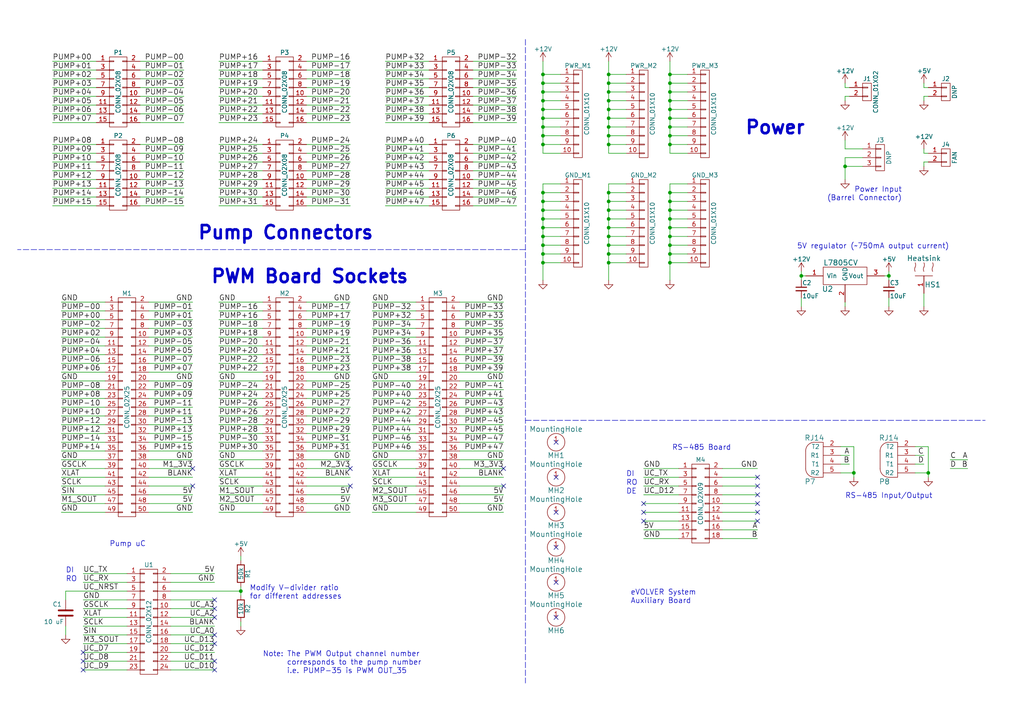
<source format=kicad_sch>
(kicad_sch (version 20211123) (generator eeschema)
  (paper "A4")
  (junction (at 176.53 55.88))
  (junction (at 157.48 66.04))
  (junction (at 194.31 55.88))
  (junction (at 194.31 60.96))
  (junction (at 194.31 24.13))
  (junction (at 157.48 21.59))
  (junction (at 176.53 60.96))
  (junction (at 194.31 76.2))
  (junction (at 157.48 24.13))
  (junction (at 176.53 73.66))
  (junction (at 194.31 73.66))
  (junction (at 157.48 41.91))
  (junction (at 157.48 31.75))
  (junction (at 157.48 34.29))
  (junction (at 194.31 58.42))
  (junction (at 157.48 58.42))
  (junction (at 194.31 36.83))
  (junction (at 245.11 48.26))
  (junction (at 157.48 68.58))
  (junction (at 176.53 58.42))
  (junction (at 157.48 73.66))
  (junction (at 176.53 41.91))
  (junction (at 157.48 39.37))
  (junction (at 176.53 63.5))
  (junction (at 176.53 29.21))
  (junction (at 257.81 80.01))
  (junction (at 176.53 66.04))
  (junction (at 194.31 26.67))
  (junction (at 157.48 55.88))
  (junction (at 157.48 60.96))
  (junction (at 232.41 80.01))
  (junction (at 194.31 71.12))
  (junction (at 176.53 34.29))
  (junction (at 194.31 29.21))
  (junction (at 176.53 71.12))
  (junction (at 247.65 137.16))
  (junction (at 157.48 26.67))
  (junction (at 194.31 39.37))
  (junction (at 157.48 29.21))
  (junction (at 176.53 21.59))
  (junction (at 176.53 31.75))
  (junction (at 194.31 41.91))
  (junction (at 194.31 31.75))
  (junction (at 176.53 68.58))
  (junction (at 157.48 71.12))
  (junction (at 157.48 76.2))
  (junction (at 194.31 21.59))
  (junction (at 194.31 68.58))
  (junction (at 69.85 171.45))
  (junction (at 194.31 34.29))
  (junction (at 176.53 24.13))
  (junction (at 157.48 63.5))
  (junction (at 157.48 36.83))
  (junction (at 176.53 39.37))
  (junction (at 176.53 76.2))
  (junction (at 269.24 137.16))
  (junction (at 194.31 66.04))
  (junction (at 176.53 26.67))
  (junction (at 176.53 36.83))
  (junction (at 194.31 63.5))
  (no_connect (at 62.23 184.15))
  (no_connect (at 219.71 148.59))
  (no_connect (at 161.29 179.07))
  (no_connect (at 62.23 191.77))
  (no_connect (at 146.05 135.89))
  (no_connect (at 161.29 158.75))
  (no_connect (at 161.29 128.27))
  (no_connect (at 219.71 146.05))
  (no_connect (at 62.23 176.53))
  (no_connect (at 219.71 138.43))
  (no_connect (at 24.13 191.77))
  (no_connect (at 186.69 151.13))
  (no_connect (at 62.23 173.99))
  (no_connect (at 161.29 148.59))
  (no_connect (at 161.29 168.91))
  (no_connect (at 219.71 143.51))
  (no_connect (at 62.23 186.69))
  (no_connect (at 24.13 194.31))
  (no_connect (at 62.23 179.07))
  (no_connect (at 55.88 135.89))
  (no_connect (at 219.71 140.97))
  (no_connect (at 62.23 194.31))
  (no_connect (at 55.88 140.97))
  (no_connect (at 186.69 146.05))
  (no_connect (at 101.6 135.89))
  (no_connect (at 24.13 189.23))
  (no_connect (at 219.71 151.13))
  (no_connect (at 161.29 138.43))
  (no_connect (at 146.05 140.97))
  (no_connect (at 101.6 140.97))
  (no_connect (at 186.69 148.59))
  (wire (pts (xy 176.53 63.5) (xy 176.53 66.04)))
  (wire (pts (xy 194.31 26.67) (xy 194.31 29.21)))
  (wire (pts (xy 17.78 107.95) (xy 30.48 107.95)))
  (wire (pts (xy 53.34 20.32) (xy 40.64 20.32)))
  (wire (pts (xy 63.5 57.15) (xy 76.2 57.15)))
  (wire (pts (xy 107.95 107.95) (xy 120.65 107.95)))
  (wire (pts (xy 219.71 138.43) (xy 209.55 138.43)))
  (wire (pts (xy 88.9 102.87) (xy 101.6 102.87)))
  (wire (pts (xy 162.56 29.21) (xy 157.48 29.21)))
  (wire (pts (xy 133.35 138.43) (xy 146.05 138.43)))
  (wire (pts (xy 88.9 128.27) (xy 101.6 128.27)))
  (wire (pts (xy 257.81 80.01) (xy 257.81 81.28)))
  (wire (pts (xy 19.05 181.61) (xy 19.05 184.15)))
  (wire (pts (xy 250.19 48.26) (xy 245.11 48.26)))
  (wire (pts (xy 133.35 148.59) (xy 146.05 148.59)))
  (wire (pts (xy 63.5 130.81) (xy 76.2 130.81)))
  (wire (pts (xy 137.16 41.91) (xy 149.86 41.91)))
  (wire (pts (xy 162.56 63.5) (xy 157.48 63.5)))
  (wire (pts (xy 111.76 59.69) (xy 124.46 59.69)))
  (wire (pts (xy 62.23 168.91) (xy 49.53 168.91)))
  (wire (pts (xy 107.95 87.63) (xy 120.65 87.63)))
  (wire (pts (xy 194.31 17.78) (xy 194.31 21.59)))
  (wire (pts (xy 63.5 59.69) (xy 76.2 59.69)))
  (wire (pts (xy 107.95 113.03) (xy 120.65 113.03)))
  (wire (pts (xy 19.05 171.45) (xy 19.05 173.99)))
  (wire (pts (xy 15.24 44.45) (xy 27.94 44.45)))
  (wire (pts (xy 88.9 148.59) (xy 101.6 148.59)))
  (wire (pts (xy 15.24 25.4) (xy 27.94 25.4)))
  (wire (pts (xy 194.31 53.34) (xy 194.31 55.88)))
  (wire (pts (xy 176.53 68.58) (xy 176.53 71.12)))
  (wire (pts (xy 88.9 135.89) (xy 101.6 135.89)))
  (wire (pts (xy 107.95 133.35) (xy 120.65 133.35)))
  (wire (pts (xy 107.95 135.89) (xy 120.65 135.89)))
  (wire (pts (xy 101.6 49.53) (xy 88.9 49.53)))
  (wire (pts (xy 137.16 17.78) (xy 149.86 17.78)))
  (wire (pts (xy 176.53 44.45) (xy 181.61 44.45)))
  (wire (pts (xy 63.5 49.53) (xy 76.2 49.53)))
  (wire (pts (xy 17.78 140.97) (xy 30.48 140.97)))
  (wire (pts (xy 17.78 133.35) (xy 30.48 133.35)))
  (wire (pts (xy 15.24 35.56) (xy 27.94 35.56)))
  (wire (pts (xy 194.31 31.75) (xy 199.39 31.75)))
  (wire (pts (xy 15.24 41.91) (xy 27.94 41.91)))
  (wire (pts (xy 101.6 35.56) (xy 88.9 35.56)))
  (wire (pts (xy 257.81 86.36) (xy 257.81 88.9)))
  (wire (pts (xy 245.11 27.94) (xy 245.11 29.21)))
  (wire (pts (xy 107.95 110.49) (xy 120.65 110.49)))
  (wire (pts (xy 88.9 17.78) (xy 101.6 17.78)))
  (wire (pts (xy 162.56 58.42) (xy 157.48 58.42)))
  (wire (pts (xy 194.31 21.59) (xy 199.39 21.59)))
  (wire (pts (xy 219.71 148.59) (xy 209.55 148.59)))
  (wire (pts (xy 63.5 41.91) (xy 76.2 41.91)))
  (wire (pts (xy 63.5 118.11) (xy 76.2 118.11)))
  (wire (pts (xy 199.39 29.21) (xy 194.31 29.21)))
  (wire (pts (xy 176.53 76.2) (xy 181.61 76.2)))
  (wire (pts (xy 133.35 130.81) (xy 146.05 130.81)))
  (wire (pts (xy 107.95 97.79) (xy 120.65 97.79)))
  (wire (pts (xy 181.61 63.5) (xy 176.53 63.5)))
  (wire (pts (xy 43.18 135.89) (xy 55.88 135.89)))
  (wire (pts (xy 53.34 54.61) (xy 40.64 54.61)))
  (wire (pts (xy 88.9 90.17) (xy 101.6 90.17)))
  (wire (pts (xy 15.24 59.69) (xy 27.94 59.69)))
  (wire (pts (xy 36.83 194.31) (xy 24.13 194.31)))
  (wire (pts (xy 186.69 138.43) (xy 196.85 138.43)))
  (wire (pts (xy 157.48 34.29) (xy 157.48 36.83)))
  (wire (pts (xy 43.18 105.41) (xy 55.88 105.41)))
  (wire (pts (xy 267.97 25.4) (xy 267.97 24.13)))
  (wire (pts (xy 265.43 134.62) (xy 267.97 134.62)))
  (wire (pts (xy 43.18 130.81) (xy 55.88 130.81)))
  (wire (pts (xy 49.53 171.45) (xy 69.85 171.45)))
  (wire (pts (xy 133.35 97.79) (xy 146.05 97.79)))
  (wire (pts (xy 194.31 73.66) (xy 194.31 76.2)))
  (wire (pts (xy 15.24 17.78) (xy 27.94 17.78)))
  (wire (pts (xy 157.48 60.96) (xy 162.56 60.96)))
  (wire (pts (xy 233.68 80.01) (xy 232.41 80.01)))
  (wire (pts (xy 199.39 34.29) (xy 194.31 34.29)))
  (wire (pts (xy 101.6 30.48) (xy 88.9 30.48)))
  (wire (pts (xy 107.95 146.05) (xy 120.65 146.05)))
  (wire (pts (xy 107.95 123.19) (xy 120.65 123.19)))
  (wire (pts (xy 199.39 63.5) (xy 194.31 63.5)))
  (wire (pts (xy 88.9 146.05) (xy 101.6 146.05)))
  (wire (pts (xy 63.5 135.89) (xy 76.2 135.89)))
  (wire (pts (xy 176.53 17.78) (xy 176.53 21.59)))
  (wire (pts (xy 157.48 71.12) (xy 157.48 73.66)))
  (wire (pts (xy 43.18 97.79) (xy 55.88 97.79)))
  (wire (pts (xy 157.48 73.66) (xy 157.48 76.2)))
  (polyline (pts (xy 152.4 11.43) (xy 152.4 198.12)))
  (wire (pts (xy 63.5 17.78) (xy 76.2 17.78)))
  (wire (pts (xy 40.64 27.94) (xy 53.34 27.94)))
  (wire (pts (xy 63.5 27.94) (xy 76.2 27.94)))
  (wire (pts (xy 199.39 58.42) (xy 194.31 58.42)))
  (wire (pts (xy 69.85 180.34) (xy 69.85 181.61)))
  (wire (pts (xy 43.18 128.27) (xy 55.88 128.27)))
  (wire (pts (xy 63.5 107.95) (xy 76.2 107.95)))
  (wire (pts (xy 63.5 100.33) (xy 76.2 100.33)))
  (wire (pts (xy 36.83 166.37) (xy 24.13 166.37)))
  (wire (pts (xy 267.97 46.99) (xy 267.97 48.26)))
  (wire (pts (xy 88.9 100.33) (xy 101.6 100.33)))
  (wire (pts (xy 49.53 166.37) (xy 62.23 166.37)))
  (wire (pts (xy 62.23 173.99) (xy 49.53 173.99)))
  (wire (pts (xy 101.6 59.69) (xy 88.9 59.69)))
  (wire (pts (xy 181.61 58.42) (xy 176.53 58.42)))
  (wire (pts (xy 194.31 76.2) (xy 194.31 81.28)))
  (wire (pts (xy 63.5 25.4) (xy 76.2 25.4)))
  (wire (pts (xy 176.53 39.37) (xy 176.53 41.91)))
  (wire (pts (xy 162.56 73.66) (xy 157.48 73.66)))
  (wire (pts (xy 40.64 33.02) (xy 53.34 33.02)))
  (wire (pts (xy 15.24 33.02) (xy 27.94 33.02)))
  (wire (pts (xy 43.18 115.57) (xy 55.88 115.57)))
  (wire (pts (xy 196.85 156.21) (xy 186.69 156.21)))
  (wire (pts (xy 15.24 46.99) (xy 27.94 46.99)))
  (wire (pts (xy 88.9 133.35) (xy 101.6 133.35)))
  (wire (pts (xy 43.18 113.03) (xy 55.88 113.03)))
  (wire (pts (xy 69.85 170.18) (xy 69.85 171.45)))
  (wire (pts (xy 137.16 57.15) (xy 149.86 57.15)))
  (wire (pts (xy 63.5 92.71) (xy 76.2 92.71)))
  (wire (pts (xy 199.39 73.66) (xy 194.31 73.66)))
  (wire (pts (xy 194.31 36.83) (xy 199.39 36.83)))
  (wire (pts (xy 53.34 30.48) (xy 40.64 30.48)))
  (wire (pts (xy 267.97 44.45) (xy 267.97 43.18)))
  (wire (pts (xy 88.9 92.71) (xy 101.6 92.71)))
  (wire (pts (xy 267.97 27.94) (xy 267.97 29.21)))
  (wire (pts (xy 40.64 46.99) (xy 53.34 46.99)))
  (wire (pts (xy 176.53 41.91) (xy 176.53 44.45)))
  (wire (pts (xy 63.5 90.17) (xy 76.2 90.17)))
  (wire (pts (xy 107.95 130.81) (xy 120.65 130.81)))
  (wire (pts (xy 245.11 43.18) (xy 245.11 40.64)))
  (wire (pts (xy 24.13 191.77) (xy 36.83 191.77)))
  (wire (pts (xy 17.78 97.79) (xy 30.48 97.79)))
  (wire (pts (xy 194.31 60.96) (xy 199.39 60.96)))
  (wire (pts (xy 162.56 39.37) (xy 157.48 39.37)))
  (wire (pts (xy 269.24 129.54) (xy 265.43 129.54)))
  (wire (pts (xy 157.48 68.58) (xy 157.48 71.12)))
  (wire (pts (xy 247.65 137.16) (xy 247.65 138.43)))
  (wire (pts (xy 40.64 17.78) (xy 53.34 17.78)))
  (wire (pts (xy 63.5 146.05) (xy 76.2 146.05)))
  (polyline (pts (xy 152.4 121.92) (xy 285.75 121.92)))
  (wire (pts (xy 88.9 118.11) (xy 101.6 118.11)))
  (wire (pts (xy 247.65 129.54) (xy 243.84 129.54)))
  (wire (pts (xy 157.48 76.2) (xy 157.48 81.28)))
  (wire (pts (xy 176.53 71.12) (xy 176.53 73.66)))
  (wire (pts (xy 133.35 87.63) (xy 146.05 87.63)))
  (wire (pts (xy 176.53 66.04) (xy 181.61 66.04)))
  (wire (pts (xy 111.76 33.02) (xy 124.46 33.02)))
  (wire (pts (xy 157.48 36.83) (xy 157.48 39.37)))
  (wire (pts (xy 40.64 22.86) (xy 53.34 22.86)))
  (wire (pts (xy 176.53 36.83) (xy 181.61 36.83)))
  (wire (pts (xy 245.11 45.72) (xy 245.11 48.26)))
  (wire (pts (xy 181.61 53.34) (xy 176.53 53.34)))
  (wire (pts (xy 17.78 138.43) (xy 30.48 138.43)))
  (wire (pts (xy 17.78 135.89) (xy 30.48 135.89)))
  (wire (pts (xy 157.48 58.42) (xy 157.48 60.96)))
  (wire (pts (xy 162.56 53.34) (xy 157.48 53.34)))
  (wire (pts (xy 49.53 181.61) (xy 62.23 181.61)))
  (wire (pts (xy 250.19 43.18) (xy 245.11 43.18)))
  (wire (pts (xy 43.18 120.65) (xy 55.88 120.65)))
  (wire (pts (xy 88.9 140.97) (xy 101.6 140.97)))
  (wire (pts (xy 43.18 118.11) (xy 55.88 118.11)))
  (wire (pts (xy 107.95 140.97) (xy 120.65 140.97)))
  (wire (pts (xy 107.95 115.57) (xy 120.65 115.57)))
  (wire (pts (xy 43.18 148.59) (xy 55.88 148.59)))
  (wire (pts (xy 157.48 71.12) (xy 162.56 71.12)))
  (wire (pts (xy 43.18 143.51) (xy 55.88 143.51)))
  (wire (pts (xy 63.5 22.86) (xy 76.2 22.86)))
  (wire (pts (xy 199.39 68.58) (xy 194.31 68.58)))
  (wire (pts (xy 194.31 41.91) (xy 194.31 44.45)))
  (wire (pts (xy 17.78 113.03) (xy 30.48 113.03)))
  (wire (pts (xy 111.76 17.78) (xy 124.46 17.78)))
  (wire (pts (xy 17.78 148.59) (xy 30.48 148.59)))
  (wire (pts (xy 137.16 27.94) (xy 149.86 27.94)))
  (wire (pts (xy 149.86 54.61) (xy 137.16 54.61)))
  (wire (pts (xy 245.11 48.26) (xy 245.11 52.07)))
  (wire (pts (xy 176.53 34.29) (xy 176.53 36.83)))
  (wire (pts (xy 149.86 59.69) (xy 137.16 59.69)))
  (wire (pts (xy 36.83 184.15) (xy 24.13 184.15)))
  (wire (pts (xy 15.24 20.32) (xy 27.94 20.32)))
  (wire (pts (xy 133.35 135.89) (xy 146.05 135.89)))
  (wire (pts (xy 24.13 168.91) (xy 36.83 168.91)))
  (wire (pts (xy 43.18 90.17) (xy 55.88 90.17)))
  (wire (pts (xy 157.48 63.5) (xy 157.48 66.04)))
  (wire (pts (xy 111.76 52.07) (xy 124.46 52.07)))
  (wire (pts (xy 176.53 21.59) (xy 181.61 21.59)))
  (wire (pts (xy 269.24 27.94) (xy 267.97 27.94)))
  (wire (pts (xy 194.31 34.29) (xy 194.31 36.83)))
  (wire (pts (xy 43.18 133.35) (xy 55.88 133.35)))
  (wire (pts (xy 157.48 53.34) (xy 157.48 55.88)))
  (wire (pts (xy 176.53 24.13) (xy 176.53 26.67)))
  (wire (pts (xy 267.97 88.9) (xy 267.97 85.09)))
  (wire (pts (xy 63.5 95.25) (xy 76.2 95.25)))
  (wire (pts (xy 63.5 110.49) (xy 76.2 110.49)))
  (wire (pts (xy 133.35 90.17) (xy 146.05 90.17)))
  (wire (pts (xy 63.5 52.07) (xy 76.2 52.07)))
  (wire (pts (xy 149.86 49.53) (xy 137.16 49.53)))
  (wire (pts (xy 69.85 171.45) (xy 69.85 172.72)))
  (wire (pts (xy 88.9 130.81) (xy 101.6 130.81)))
  (wire (pts (xy 269.24 46.99) (xy 267.97 46.99)))
  (wire (pts (xy 107.95 102.87) (xy 120.65 102.87)))
  (wire (pts (xy 15.24 27.94) (xy 27.94 27.94)))
  (wire (pts (xy 181.61 29.21) (xy 176.53 29.21)))
  (wire (pts (xy 162.56 68.58) (xy 157.48 68.58)))
  (wire (pts (xy 15.24 57.15) (xy 27.94 57.15)))
  (wire (pts (xy 43.18 107.95) (xy 55.88 107.95)))
  (wire (pts (xy 149.86 44.45) (xy 137.16 44.45)))
  (wire (pts (xy 69.85 162.56) (xy 69.85 161.29)))
  (wire (pts (xy 63.5 125.73) (xy 76.2 125.73)))
  (wire (pts (xy 17.78 110.49) (xy 30.48 110.49)))
  (wire (pts (xy 24.13 181.61) (xy 36.83 181.61)))
  (wire (pts (xy 88.9 57.15) (xy 101.6 57.15)))
  (wire (pts (xy 17.78 130.81) (xy 30.48 130.81)))
  (wire (pts (xy 88.9 120.65) (xy 101.6 120.65)))
  (wire (pts (xy 133.35 92.71) (xy 146.05 92.71)))
  (wire (pts (xy 88.9 125.73) (xy 101.6 125.73)))
  (wire (pts (xy 63.5 140.97) (xy 76.2 140.97)))
  (wire (pts (xy 53.34 49.53) (xy 40.64 49.53)))
  (wire (pts (xy 63.5 54.61) (xy 76.2 54.61)))
  (wire (pts (xy 176.53 60.96) (xy 176.53 63.5)))
  (wire (pts (xy 111.76 44.45) (xy 124.46 44.45)))
  (wire (pts (xy 111.76 49.53) (xy 124.46 49.53)))
  (wire (pts (xy 24.13 173.99) (xy 36.83 173.99)))
  (wire (pts (xy 111.76 25.4) (xy 124.46 25.4)))
  (wire (pts (xy 176.53 26.67) (xy 176.53 29.21)))
  (wire (pts (xy 43.18 92.71) (xy 55.88 92.71)))
  (wire (pts (xy 62.23 189.23) (xy 49.53 189.23)))
  (wire (pts (xy 17.78 90.17) (xy 30.48 90.17)))
  (wire (pts (xy 194.31 60.96) (xy 194.31 63.5)))
  (wire (pts (xy 17.78 102.87) (xy 30.48 102.87)))
  (wire (pts (xy 194.31 31.75) (xy 194.31 34.29)))
  (wire (pts (xy 194.31 63.5) (xy 194.31 66.04)))
  (wire (pts (xy 107.95 148.59) (xy 120.65 148.59)))
  (wire (pts (xy 157.48 60.96) (xy 157.48 63.5)))
  (wire (pts (xy 63.5 133.35) (xy 76.2 133.35)))
  (wire (pts (xy 275.59 133.35) (xy 280.67 133.35)))
  (wire (pts (xy 43.18 102.87) (xy 55.88 102.87)))
  (wire (pts (xy 53.34 59.69) (xy 40.64 59.69)))
  (wire (pts (xy 157.48 29.21) (xy 157.48 31.75)))
  (wire (pts (xy 107.95 100.33) (xy 120.65 100.33)))
  (wire (pts (xy 209.55 135.89) (xy 219.71 135.89)))
  (wire (pts (xy 176.53 76.2) (xy 176.53 81.28)))
  (wire (pts (xy 62.23 179.07) (xy 49.53 179.07)))
  (wire (pts (xy 88.9 115.57) (xy 101.6 115.57)))
  (wire (pts (xy 101.6 25.4) (xy 88.9 25.4)))
  (wire (pts (xy 17.78 125.73) (xy 30.48 125.73)))
  (wire (pts (xy 181.61 34.29) (xy 176.53 34.29)))
  (wire (pts (xy 36.83 176.53) (xy 24.13 176.53)))
  (wire (pts (xy 186.69 148.59) (xy 196.85 148.59)))
  (wire (pts (xy 149.86 25.4) (xy 137.16 25.4)))
  (wire (pts (xy 17.78 128.27) (xy 30.48 128.27)))
  (wire (pts (xy 219.71 143.51) (xy 209.55 143.51)))
  (wire (pts (xy 43.18 138.43) (xy 55.88 138.43)))
  (wire (pts (xy 49.53 176.53) (xy 62.23 176.53)))
  (wire (pts (xy 88.9 123.19) (xy 101.6 123.19)))
  (wire (pts (xy 162.56 24.13) (xy 157.48 24.13)))
  (wire (pts (xy 194.31 55.88) (xy 194.31 58.42)))
  (wire (pts (xy 111.76 27.94) (xy 124.46 27.94)))
  (wire (pts (xy 107.95 125.73) (xy 120.65 125.73)))
  (wire (pts (xy 63.5 115.57) (xy 76.2 115.57)))
  (wire (pts (xy 157.48 26.67) (xy 157.48 29.21)))
  (wire (pts (xy 157.48 44.45) (xy 162.56 44.45)))
  (wire (pts (xy 176.53 53.34) (xy 176.53 55.88)))
  (wire (pts (xy 219.71 153.67) (xy 209.55 153.67)))
  (wire (pts (xy 181.61 24.13) (xy 176.53 24.13)))
  (wire (pts (xy 157.48 66.04) (xy 157.48 68.58)))
  (wire (pts (xy 63.5 123.19) (xy 76.2 123.19)))
  (wire (pts (xy 137.16 33.02) (xy 149.86 33.02)))
  (wire (pts (xy 181.61 73.66) (xy 176.53 73.66)))
  (wire (pts (xy 176.53 21.59) (xy 176.53 24.13)))
  (wire (pts (xy 196.85 135.89) (xy 186.69 135.89)))
  (wire (pts (xy 176.53 71.12) (xy 181.61 71.12)))
  (wire (pts (xy 88.9 105.41) (xy 101.6 105.41)))
  (wire (pts (xy 63.5 46.99) (xy 76.2 46.99)))
  (wire (pts (xy 24.13 179.07) (xy 36.83 179.07)))
  (wire (pts (xy 157.48 24.13) (xy 157.48 26.67)))
  (wire (pts (xy 43.18 123.19) (xy 55.88 123.19)))
  (wire (pts (xy 157.48 41.91) (xy 162.56 41.91)))
  (wire (pts (xy 107.95 118.11) (xy 120.65 118.11)))
  (wire (pts (xy 88.9 143.51) (xy 101.6 143.51)))
  (wire (pts (xy 209.55 146.05) (xy 219.71 146.05)))
  (wire (pts (xy 133.35 102.87) (xy 146.05 102.87)))
  (wire (pts (xy 40.64 57.15) (xy 53.34 57.15)))
  (wire (pts (xy 111.76 54.61) (xy 124.46 54.61)))
  (wire (pts (xy 162.56 34.29) (xy 157.48 34.29)))
  (wire (pts (xy 133.35 128.27) (xy 146.05 128.27)))
  (wire (pts (xy 63.5 113.03) (xy 76.2 113.03)))
  (wire (pts (xy 232.41 78.74) (xy 232.41 80.01)))
  (wire (pts (xy 257.81 78.74) (xy 257.81 80.01)))
  (wire (pts (xy 63.5 87.63) (xy 76.2 87.63)))
  (wire (pts (xy 199.39 39.37) (xy 194.31 39.37)))
  (wire (pts (xy 17.78 105.41) (xy 30.48 105.41)))
  (wire (pts (xy 194.31 71.12) (xy 199.39 71.12)))
  (wire (pts (xy 40.64 52.07) (xy 53.34 52.07)))
  (wire (pts (xy 43.18 140.97) (xy 55.88 140.97)))
  (wire (pts (xy 63.5 33.02) (xy 76.2 33.02)))
  (wire (pts (xy 194.31 71.12) (xy 194.31 73.66)))
  (wire (pts (xy 63.5 120.65) (xy 76.2 120.65)))
  (wire (pts (xy 157.48 17.78) (xy 157.48 21.59)))
  (wire (pts (xy 63.5 128.27) (xy 76.2 128.27)))
  (wire (pts (xy 43.18 95.25) (xy 55.88 95.25)))
  (wire (pts (xy 149.86 30.48) (xy 137.16 30.48)))
  (wire (pts (xy 88.9 22.86) (xy 101.6 22.86)))
  (wire (pts (xy 88.9 113.03) (xy 101.6 113.03)))
  (wire (pts (xy 133.35 118.11) (xy 146.05 118.11)))
  (wire (pts (xy 88.9 110.49) (xy 101.6 110.49)))
  (wire (pts (xy 176.53 60.96) (xy 181.61 60.96)))
  (wire (pts (xy 232.41 86.36) (xy 232.41 88.9)))
  (wire (pts (xy 176.53 31.75) (xy 181.61 31.75)))
  (wire (pts (xy 265.43 132.08) (xy 267.97 132.08)))
  (wire (pts (xy 133.35 123.19) (xy 146.05 123.19)))
  (wire (pts (xy 265.43 137.16) (xy 269.24 137.16)))
  (wire (pts (xy 194.31 41.91) (xy 199.39 41.91)))
  (wire (pts (xy 247.65 129.54) (xy 247.65 137.16)))
  (wire (pts (xy 63.5 138.43) (xy 76.2 138.43)))
  (wire (pts (xy 157.48 31.75) (xy 162.56 31.75)))
  (wire (pts (xy 176.53 36.83) (xy 176.53 39.37)))
  (wire (pts (xy 181.61 39.37) (xy 176.53 39.37)))
  (wire (pts (xy 49.53 186.69) (xy 62.23 186.69)))
  (wire (pts (xy 133.35 110.49) (xy 146.05 110.49)))
  (wire (pts (xy 107.95 90.17) (xy 120.65 90.17)))
  (wire (pts (xy 176.53 26.67) (xy 181.61 26.67)))
  (wire (pts (xy 194.31 58.42) (xy 194.31 60.96)))
  (wire (pts (xy 256.54 80.01) (xy 257.81 80.01)))
  (wire (pts (xy 157.48 31.75) (xy 157.48 34.29)))
  (wire (pts (xy 88.9 27.94) (xy 101.6 27.94)))
  (wire (pts (xy 194.31 24.13) (xy 194.31 26.67)))
  (wire (pts (xy 194.31 36.83) (xy 194.31 39.37)))
  (wire (pts (xy 133.35 107.95) (xy 146.05 107.95)))
  (wire (pts (xy 40.64 41.91) (xy 53.34 41.91)))
  (wire (pts (xy 245.11 25.4) (xy 245.11 24.13)))
  (wire (pts (xy 133.35 125.73) (xy 146.05 125.73)))
  (wire (pts (xy 17.78 120.65) (xy 30.48 120.65)))
  (wire (pts (xy 194.31 29.21) (xy 194.31 31.75)))
  (wire (pts (xy 43.18 110.49) (xy 55.88 110.49)))
  (wire (pts (xy 15.24 49.53) (xy 27.94 49.53)))
  (wire (pts (xy 196.85 151.13) (xy 186.69 151.13)))
  (wire (pts (xy 157.48 21.59) (xy 162.56 21.59)))
  (wire (pts (xy 15.24 22.86) (xy 27.94 22.86)))
  (wire (pts (xy 62.23 194.31) (xy 49.53 194.31)))
  (wire (pts (xy 43.18 125.73) (xy 55.88 125.73)))
  (wire (pts (xy 107.95 92.71) (xy 120.65 92.71)))
  (wire (pts (xy 53.34 35.56) (xy 40.64 35.56)))
  (wire (pts (xy 133.35 133.35) (xy 146.05 133.35)))
  (wire (pts (xy 269.24 25.4) (xy 267.97 25.4)))
  (wire (pts (xy 209.55 156.21) (xy 219.71 156.21)))
  (wire (pts (xy 194.31 66.04) (xy 199.39 66.04)))
  (wire (pts (xy 157.48 21.59) (xy 157.48 24.13)))
  (wire (pts (xy 194.31 26.67) (xy 199.39 26.67)))
  (wire (pts (xy 246.38 25.4) (xy 245.11 25.4)))
  (wire (pts (xy 250.19 45.72) (xy 245.11 45.72)))
  (wire (pts (xy 157.48 39.37) (xy 157.48 41.91)))
  (wire (pts (xy 194.31 39.37) (xy 194.31 41.91)))
  (wire (pts (xy 107.95 120.65) (xy 120.65 120.65)))
  (wire (pts (xy 243.84 137.16) (xy 247.65 137.16)))
  (wire (pts (xy 63.5 35.56) (xy 76.2 35.56)))
  (wire (pts (xy 194.31 76.2) (xy 199.39 76.2)))
  (wire (pts (xy 176.53 55.88) (xy 176.53 58.42)))
  (wire (pts (xy 24.13 186.69) (xy 36.83 186.69)))
  (wire (pts (xy 62.23 184.15) (xy 49.53 184.15)))
  (wire (pts (xy 133.35 146.05) (xy 146.05 146.05)))
  (wire (pts (xy 88.9 41.91) (xy 101.6 41.91)))
  (wire (pts (xy 199.39 24.13) (xy 194.31 24.13)))
  (wire (pts (xy 63.5 97.79) (xy 76.2 97.79)))
  (wire (pts (xy 194.31 55.88) (xy 199.39 55.88)))
  (wire (pts (xy 63.5 105.41) (xy 76.2 105.41)))
  (wire (pts (xy 17.78 143.51) (xy 30.48 143.51)))
  (wire (pts (xy 17.78 100.33) (xy 30.48 100.33)))
  (wire (pts (xy 157.48 26.67) (xy 162.56 26.67)))
  (wire (pts (xy 111.76 22.86) (xy 124.46 22.86)))
  (wire (pts (xy 269.24 129.54) (xy 269.24 137.16)))
  (wire (pts (xy 199.39 53.34) (xy 194.31 53.34)))
  (wire (pts (xy 36.83 189.23) (xy 24.13 189.23)))
  (wire (pts (xy 88.9 87.63) (xy 101.6 87.63)))
  (wire (pts (xy 53.34 25.4) (xy 40.64 25.4)))
  (wire (pts (xy 17.78 118.11) (xy 30.48 118.11)))
  (wire (pts (xy 111.76 41.91) (xy 124.46 41.91)))
  (wire (pts (xy 101.6 20.32) (xy 88.9 20.32)))
  (wire (pts (xy 176.53 58.42) (xy 176.53 60.96)))
  (wire (pts (xy 101.6 44.45) (xy 88.9 44.45)))
  (wire (pts (xy 194.31 44.45) (xy 199.39 44.45)))
  (wire (pts (xy 275.59 135.89) (xy 280.67 135.89)))
  (polyline (pts (xy 152.4 72.39) (xy 5.08 72.39)))
  (wire (pts (xy 107.95 143.51) (xy 120.65 143.51)))
  (wire (pts (xy 269.24 137.16) (xy 269.24 138.43)))
  (wire (pts (xy 88.9 46.99) (xy 101.6 46.99)))
  (wire (pts (xy 157.48 55.88) (xy 157.48 58.42)))
  (wire (pts (xy 209.55 151.13) (xy 219.71 151.13)))
  (wire (pts (xy 181.61 68.58) (xy 176.53 68.58)))
  (wire (pts (xy 107.95 128.27) (xy 120.65 128.27)))
  (wire (pts (xy 133.35 100.33) (xy 146.05 100.33)))
  (wire (pts (xy 63.5 44.45) (xy 76.2 44.45)))
  (wire (pts (xy 49.53 191.77) (xy 62.23 191.77)))
  (wire (pts (xy 53.34 44.45) (xy 40.64 44.45)))
  (wire (pts (xy 107.95 105.41) (xy 120.65 105.41)))
  (wire (pts (xy 176.53 55.88) (xy 181.61 55.88)))
  (wire (pts (xy 17.78 115.57) (xy 30.48 115.57)))
  (wire (pts (xy 133.35 105.41) (xy 146.05 105.41)))
  (wire (pts (xy 63.5 143.51) (xy 76.2 143.51)))
  (wire (pts (xy 133.35 115.57) (xy 146.05 115.57)))
  (wire (pts (xy 137.16 52.07) (xy 149.86 52.07)))
  (wire (pts (xy 245.11 87.63) (xy 245.11 88.9)))
  (wire (pts (xy 176.53 29.21) (xy 176.53 31.75)))
  (wire (pts (xy 194.31 66.04) (xy 194.31 68.58)))
  (wire (pts (xy 43.18 87.63) (xy 55.88 87.63)))
  (wire (pts (xy 243.84 134.62) (xy 246.38 134.62)))
  (wire (pts (xy 88.9 97.79) (xy 101.6 97.79)))
  (wire (pts (xy 157.48 36.83) (xy 162.56 36.83)))
  (wire (pts (xy 111.76 30.48) (xy 124.46 30.48)))
  (wire (pts (xy 111.76 35.56) (xy 124.46 35.56)))
  (wire (pts (xy 176.53 66.04) (xy 176.53 68.58)))
  (wire (pts (xy 137.16 46.99) (xy 149.86 46.99)))
  (wire (pts (xy 111.76 57.15) (xy 124.46 57.15)))
  (wire (pts (xy 186.69 153.67) (xy 196.85 153.67)))
  (wire (pts (xy 133.35 95.25) (xy 146.05 95.25)))
  (wire (pts (xy 111.76 20.32) (xy 124.46 20.32)))
  (wire (pts (xy 15.24 30.48) (xy 27.94 30.48)))
  (wire (pts (xy 209.55 140.97) (xy 219.71 140.97)))
  (wire (pts (xy 101.6 54.61) (xy 88.9 54.61)))
  (wire (pts (xy 133.35 120.65) (xy 146.05 120.65)))
  (wire (pts (xy 157.48 55.88) (xy 162.56 55.88)))
  (wire (pts (xy 43.18 100.33) (xy 55.88 100.33)))
  (wire (pts (xy 133.35 113.03) (xy 146.05 113.03)))
  (wire (pts (xy 133.35 143.51) (xy 146.05 143.51)))
  (wire (pts (xy 107.95 138.43) (xy 120.65 138.43)))
  (wire (pts (xy 17.78 95.25) (xy 30.48 95.25)))
  (wire (pts (xy 194.31 21.59) (xy 194.31 24.13)))
  (wire (pts (xy 157.48 76.2) (xy 162.56 76.2)))
  (wire (pts (xy 196.85 146.05) (xy 186.69 146.05)))
  (wire (pts (xy 232.41 80.01) (xy 232.41 81.28)))
  (wire (pts (xy 176.53 73.66) (xy 176.53 76.2)))
  (wire (pts (xy 88.9 138.43) (xy 101.6 138.43)))
  (wire (pts (xy 149.86 20.32) (xy 137.16 20.32)))
  (wire (pts (xy 269.24 44.45) (xy 267.97 44.45)))
  (wire (pts (xy 176.53 41.91) (xy 181.61 41.91)))
  (wire (pts (xy 17.78 92.71) (xy 30.48 92.71)))
  (wire (pts (xy 88.9 107.95) (xy 101.6 107.95)))
  (wire (pts (xy 149.86 35.56) (xy 137.16 35.56)))
  (wire (pts (xy 17.78 87.63) (xy 30.48 87.63)))
  (wire (pts (xy 63.5 20.32) (xy 76.2 20.32)))
  (wire (pts (xy 15.24 54.61) (xy 27.94 54.61)))
  (wire (pts (xy 88.9 52.07) (xy 101.6 52.07)))
  (wire (pts (xy 111.76 46.99) (xy 124.46 46.99)))
  (wire (pts (xy 63.5 102.87) (xy 76.2 102.87)))
  (wire (pts (xy 107.95 95.25) (xy 120.65 95.25)))
  (wire (pts (xy 17.78 123.19) (xy 30.48 123.19)))
  (wire (pts (xy 19.05 171.45) (xy 36.83 171.45)))
  (wire (pts (xy 137.16 22.86) (xy 149.86 22.86)))
  (wire (pts (xy 246.38 27.94) (xy 245.11 27.94)))
  (wire (pts (xy 15.24 52.07) (xy 27.94 52.07)))
  (wire (pts (xy 133.35 140.97) (xy 146.05 140.97)))
  (wire (pts (xy 176.53 31.75) (xy 176.53 34.29)))
  (wire (pts (xy 17.78 146.05) (xy 30.48 146.05)))
  (wire (pts (xy 157.48 66.04) (xy 162.56 66.04)))
  (wire (pts (xy 43.18 146.05) (xy 55.88 146.05)))
  (wire (pts (xy 196.85 140.97) (xy 186.69 140.97)))
  (wire (pts (xy 88.9 95.25) (xy 101.6 95.25)))
  (wire (pts (xy 186.69 143.51) (xy 196.85 143.51)))
  (wire (pts (xy 63.5 30.48) (xy 76.2 30.48)))
  (wire (pts (xy 63.5 148.59) (xy 76.2 148.59)))
  (wire (pts (xy 243.84 132.08) (xy 246.38 132.08)))
  (wire (pts (xy 194.31 68.58) (xy 194.31 71.12)))
  (wire (pts (xy 88.9 33.02) (xy 101.6 33.02)))
  (wire (pts (xy 157.48 41.91) (xy 157.48 44.45)))
  (text "Note: The PWM Output channel number\n      corresponds to the pump number\n      i.e. PUMP-35 is PWM OUT_35" (at 76.2 195.58 0) (effects (font (size 1.524 1.524)) (justify left bottom)))
  (text "PWM Board Sockets" (at 60.96 82.55 0) (effects (font (size 3.81 3.81) (thickness 0.762) bold) (justify left bottom)))
  (text "Pump Connectors" (at 57.15 69.85 0) (effects (font (size 3.81 3.81) (thickness 0.762) bold) (justify left bottom)))
  (text "Power Input\n(Barrel Connector)" (at 261.62 58.42 180) (effects (font (size 1.524 1.524)) (justify right bottom)))
  (text "DE" (at 181.61 143.51 0) (effects (font (size 1.524 1.524)) (justify left bottom)))
  (text "Modify V-divider ratio \nfor different addresses" (at 72.39 173.99 0) (effects (font (size 1.524 1.524)) (justify left bottom)))
  (text "DI" (at 181.61 138.43 0) (effects (font (size 1.524 1.524)) (justify left bottom)))
  (text "eVOLVER System\nAuxiliary Board" (at 182.88 175.26 0) (effects (font (size 1.524 1.524)) (justify left bottom)))
  (text "DI" (at 19.05 166.37 0) (effects (font (size 1.524 1.524)) (justify left bottom)))
  (text "RO" (at 19.05 168.91 0) (effects (font (size 1.524 1.524)) (justify left bottom)))
  (text "Pump uC" (at 31.75 158.75 0) (effects (font (size 1.524 1.524)) (justify left bottom)))
  (text "Power" (at 215.9 39.37 0) (effects (font (size 3.81 3.81) (thickness 0.762) bold) (justify left bottom)))
  (text "RS-485 Input/Output\n" (at 270.51 144.78 180) (effects (font (size 1.524 1.524)) (justify right bottom)))
  (text "RS-485 Board" (at 212.09 130.81 180) (effects (font (size 1.524 1.524)) (justify right bottom)))
  (text "5V regulator (~750mA output current)" (at 231.14 72.39 0) (effects (font (size 1.524 1.524)) (justify left bottom)))
  (text "RO" (at 181.61 140.97 0) (effects (font (size 1.524 1.524)) (justify left bottom)))
  (label "PUMP-31" (at 101.6 128.27 180) (effects (font (size 1.524 1.524))))
  (label "PUMP+24" (at 63.5 115.57 0) (effects (font (size 1.524 1.524))))
  (label "PUMP+29" (at 101.6 125.73 180) (effects (font (size 1.524 1.524))))
  (label "PUMP-29" (at 101.6 54.61 180) (effects (font (size 1.524 1.524))))
  (label "SCLK" (at 17.78 140.97 0) (effects (font (size 1.524 1.524))))
  (label "PUMP+18" (at 63.5 22.86 0) (effects (font (size 1.524 1.524))))
  (label "PUMP-27" (at 101.6 118.11 180) (effects (font (size 1.524 1.524))))
  (label "PUMP+16" (at 63.5 17.78 0) (effects (font (size 1.524 1.524))))
  (label "PUMP-08" (at 17.78 113.03 0) (effects (font (size 1.524 1.524))))
  (label "PUMP-35" (at 146.05 95.25 180) (effects (font (size 1.524 1.524))))
  (label "PUMP-03" (at 53.34 25.4 180) (effects (font (size 1.524 1.524))))
  (label "GND" (at 24.13 173.99 0) (effects (font (size 1.524 1.524))))
  (label "XLAT" (at 17.78 138.43 0) (effects (font (size 1.524 1.524))))
  (label "PUMP+11" (at 55.88 120.65 180) (effects (font (size 1.524 1.524))))
  (label "PUMP+01" (at 15.24 20.32 0) (effects (font (size 1.524 1.524))))
  (label "PUMP+03" (at 55.88 97.79 180) (effects (font (size 1.524 1.524))))
  (label "M3_SOUT" (at 24.13 186.69 0) (effects (font (size 1.524 1.524))))
  (label "UC_NRST" (at 24.13 171.45 0) (effects (font (size 1.524 1.524))))
  (label "GND" (at 17.78 133.35 0) (effects (font (size 1.524 1.524))))
  (label "PUMP+35" (at 146.05 97.79 180) (effects (font (size 1.524 1.524))))
  (label "GND" (at 63.5 133.35 0) (effects (font (size 1.524 1.524))))
  (label "PUMP-22" (at 63.5 105.41 0) (effects (font (size 1.524 1.524))))
  (label "PUMP-36" (at 107.95 100.33 0) (effects (font (size 1.524 1.524))))
  (label "PUMP+13" (at 15.24 54.61 0) (effects (font (size 1.524 1.524))))
  (label "PUMP-43" (at 146.05 118.11 180) (effects (font (size 1.524 1.524))))
  (label "PUMP-03" (at 55.88 95.25 180) (effects (font (size 1.524 1.524))))
  (label "PUMP-23" (at 101.6 35.56 180) (effects (font (size 1.524 1.524))))
  (label "PUMP+46" (at 107.95 130.81 0) (effects (font (size 1.524 1.524))))
  (label "GND" (at 55.88 133.35 180) (effects (font (size 1.524 1.524))))
  (label "UC_D7" (at 24.13 189.23 0) (effects (font (size 1.524 1.524))))
  (label "PUMP+15" (at 55.88 130.81 180) (effects (font (size 1.524 1.524))))
  (label "PUMP+20" (at 63.5 102.87 0) (effects (font (size 1.524 1.524))))
  (label "GND" (at 107.95 133.35 0) (effects (font (size 1.524 1.524))))
  (label "PUMP-36" (at 149.86 27.94 180) (effects (font (size 1.524 1.524))))
  (label "PUMP+40" (at 111.76 41.91 0) (effects (font (size 1.524 1.524))))
  (label "PUMP+31" (at 101.6 130.81 180) (effects (font (size 1.524 1.524))))
  (label "UC_A0" (at 62.23 184.15 180) (effects (font (size 1.524 1.524))))
  (label "PUMP+30" (at 63.5 57.15 0) (effects (font (size 1.524 1.524))))
  (label "PUMP-25" (at 101.6 44.45 180) (effects (font (size 1.524 1.524))))
  (label "D" (at 275.59 135.89 0) (effects (font (size 1.524 1.524))))
  (label "PUMP+36" (at 111.76 27.94 0) (effects (font (size 1.524 1.524))))
  (label "PUMP-44" (at 107.95 123.19 0) (effects (font (size 1.524 1.524))))
  (label "PUMP+04" (at 17.78 102.87 0) (effects (font (size 1.524 1.524))))
  (label "PUMP+23" (at 63.5 35.56 0) (effects (font (size 1.524 1.524))))
  (label "PUMP+23" (at 101.6 107.95 180) (effects (font (size 1.524 1.524))))
  (label "PUMP-45" (at 146.05 123.19 180) (effects (font (size 1.524 1.524))))
  (label "PUMP+02" (at 15.24 22.86 0) (effects (font (size 1.524 1.524))))
  (label "PUMP-00" (at 53.34 17.78 180) (effects (font (size 1.524 1.524))))
  (label "PUMP+35" (at 111.76 25.4 0) (effects (font (size 1.524 1.524))))
  (label "PUMP-15" (at 53.34 59.69 180) (effects (font (size 1.524 1.524))))
  (label "GND" (at 17.78 87.63 0) (effects (font (size 1.524 1.524))))
  (label "PUMP+12" (at 15.24 52.07 0) (effects (font (size 1.524 1.524))))
  (label "PUMP-34" (at 149.86 22.86 180) (effects (font (size 1.524 1.524))))
  (label "UC_TX" (at 186.69 138.43 0) (effects (font (size 1.524 1.524))))
  (label "PUMP+10" (at 15.24 46.99 0) (effects (font (size 1.524 1.524))))
  (label "PUMP-09" (at 53.34 44.45 180) (effects (font (size 1.524 1.524))))
  (label "GND" (at 17.78 110.49 0) (effects (font (size 1.524 1.524))))
  (label "XLAT" (at 107.95 138.43 0) (effects (font (size 1.524 1.524))))
  (label "C" (at 267.97 132.08 180) (effects (font (size 1.524 1.524))))
  (label "M1_SOUT" (at 17.78 146.05 0) (effects (font (size 1.524 1.524))))
  (label "GND" (at 55.88 148.59 180) (effects (font (size 1.524 1.524))))
  (label "PUMP-02" (at 53.34 22.86 180) (effects (font (size 1.524 1.524))))
  (label "5V" (at 55.88 143.51 180) (effects (font (size 1.524 1.524))))
  (label "PUMP+26" (at 63.5 120.65 0) (effects (font (size 1.524 1.524))))
  (label "PUMP+22" (at 63.5 107.95 0) (effects (font (size 1.524 1.524))))
  (label "PUMP-43" (at 149.86 49.53 180) (effects (font (size 1.524 1.524))))
  (label "PUMP+47" (at 146.05 130.81 180) (effects (font (size 1.524 1.524))))
  (label "GND" (at 186.69 135.89 0) (effects (font (size 1.524 1.524))))
  (label "PUMP-13" (at 53.34 54.61 180) (effects (font (size 1.524 1.524))))
  (label "PUMP+33" (at 111.76 20.32 0) (effects (font (size 1.524 1.524))))
  (label "UC_RX" (at 24.13 168.91 0) (effects (font (size 1.524 1.524))))
  (label "PUMP+25" (at 101.6 115.57 180) (effects (font (size 1.524 1.524))))
  (label "PUMP-12" (at 53.34 52.07 180) (effects (font (size 1.524 1.524))))
  (label "PUMP+37" (at 146.05 102.87 180) (effects (font (size 1.524 1.524))))
  (label "PUMP+44" (at 107.95 125.73 0) (effects (font (size 1.524 1.524))))
  (label "PUMP+14" (at 15.24 57.15 0) (effects (font (size 1.524 1.524))))
  (label "SCLK" (at 63.5 140.97 0) (effects (font (size 1.524 1.524))))
  (label "M2_SOUT" (at 63.5 146.05 0) (effects (font (size 1.524 1.524))))
  (label "5V" (at 186.69 153.67 0) (effects (font (size 1.524 1.524))))
  (label "PUMP+13" (at 55.88 125.73 180) (effects (font (size 1.524 1.524))))
  (label "GND" (at 186.69 156.21 0) (effects (font (size 1.524 1.524))))
  (label "UC_D8" (at 24.13 191.77 0) (effects (font (size 1.524 1.524))))
  (label "GND" (at 101.6 148.59 180) (effects (font (size 1.524 1.524))))
  (label "GND" (at 219.71 135.89 180) (effects (font (size 1.524 1.524))))
  (label "C" (at 275.59 133.35 0) (effects (font (size 1.524 1.524))))
  (label "SCLK" (at 107.95 140.97 0) (effects (font (size 1.524 1.524))))
  (label "XLAT" (at 63.5 138.43 0) (effects (font (size 1.524 1.524))))
  (label "PUMP-34" (at 107.95 95.25 0) (effects (font (size 1.524 1.524))))
  (label "PUMP-22" (at 101.6 33.02 180) (effects (font (size 1.524 1.524))))
  (label "GSCLK" (at 107.95 135.89 0) (effects (font (size 1.524 1.524))))
  (label "PUMP-20" (at 63.5 100.33 0) (effects (font (size 1.524 1.524))))
  (label "PUMP+37" (at 111.76 30.48 0) (effects (font (size 1.524 1.524))))
  (label "PUMP+41" (at 146.05 115.57 180) (effects (font (size 1.524 1.524))))
  (label "PUMP+41" (at 111.76 44.45 0) (effects (font (size 1.524 1.524))))
  (label "PUMP-47" (at 149.86 59.69 180) (effects (font (size 1.524 1.524))))
  (label "PUMP-06" (at 53.34 33.02 180) (effects (font (size 1.524 1.524))))
  (label "PUMP+20" (at 63.5 27.94 0) (effects (font (size 1.524 1.524))))
  (label "PUMP+38" (at 111.76 33.02 0) (effects (font (size 1.524 1.524))))
  (label "PUMP-18" (at 101.6 22.86 180) (effects (font (size 1.524 1.524))))
  (label "PUMP+44" (at 111.76 52.07 0) (effects (font (size 1.524 1.524))))
  (label "PUMP+46" (at 111.76 57.15 0) (effects (font (size 1.524 1.524))))
  (label "PUMP-08" (at 53.34 41.91 180) (effects (font (size 1.524 1.524))))
  (label "5V" (at 146.05 146.05 180) (effects (font (size 1.524 1.524))))
  (label "PUMP+26" (at 63.5 46.99 0) (effects (font (size 1.524 1.524))))
  (label "PUMP+01" (at 55.88 92.71 180) (effects (font (size 1.524 1.524))))
  (label "PUMP+00" (at 17.78 92.71 0) (effects (font (size 1.524 1.524))))
  (label "PUMP-19" (at 101.6 25.4 180) (effects (font (size 1.524 1.524))))
  (label "5V" (at 101.6 146.05 180) (effects (font (size 1.524 1.524))))
  (label "PUMP-30" (at 63.5 128.27 0) (effects (font (size 1.524 1.524))))
  (label "PUMP+32" (at 111.76 17.78 0) (effects (font (size 1.524 1.524))))
  (label "PUMP-45" (at 149.86 54.61 180) (effects (font (size 1.524 1.524))))
  (label "PUMP+17" (at 101.6 92.71 180) (effects (font (size 1.524 1.524))))
  (label "PUMP-13" (at 55.88 123.19 180) (effects (font (size 1.524 1.524))))
  (label "PUMP-38" (at 107.95 105.41 0) (effects (font (size 1.524 1.524))))
  (label "PUMP-04" (at 17.78 100.33 0) (effects (font (size 1.524 1.524))))
  (label "PUMP-12" (at 17.78 123.19 0) (effects (font (size 1.524 1.524))))
  (label "PUMP-17" (at 101.6 90.17 180) (effects (font (size 1.524 1.524))))
  (label "PUMP+31" (at 63.5 59.69 0) (effects (font (size 1.524 1.524))))
  (label "PUMP-16" (at 63.5 90.17 0) (effects (font (size 1.524 1.524))))
  (label "M1_3V3" (at 55.88 135.89 180) (effects (font (size 1.524 1.524))))
  (label "PUMP-26" (at 63.5 118.11 0) (effects (font (size 1.524 1.524))))
  (label "PUMP-01" (at 55.88 90.17 180) (effects (font (size 1.524 1.524))))
  (label "GND" (at 101.6 133.35 180) (effects (font (size 1.524 1.524))))
  (label "PUMP+25" (at 63.5 44.45 0) (effects (font (size 1.524 1.524))))
  (label "PUMP-28" (at 101.6 52.07 180) (effects (font (size 1.524 1.524))))
  (label "A" (at 219.71 153.67 180) (effects (font (size 1.524 1.524))))
  (label "B" (at 280.67 135.89 180) (effects (font (size 1.524 1.524))))
  (label "UC_D12" (at 62.23 189.23 180) (effects (font (size 1.524 1.524))))
  (label "GND" (at 63.5 110.49 0) (effects (font (size 1.524 1.524))))
  (label "GND" (at 146.05 110.49 180) (effects (font (size 1.524 1.524))))
  (label "PUMP-37" (at 149.86 30.48 180) (effects (font (size 1.524 1.524))))
  (label "PUMP-16" (at 101.6 17.78 180) (effects (font (size 1.524 1.524))))
  (label "PUMP-00" (at 17.78 90.17 0) (effects (font (size 1.524 1.524))))
  (label "PUMP+19" (at 63.5 25.4 0) (effects (font (size 1.524 1.524))))
  (label "GND" (at 107.95 110.49 0) (effects (font (size 1.524 1.524))))
  (label "PUMP+07" (at 55.88 107.95 180) (effects (font (size 1.524 1.524))))
  (label "PUMP-30" (at 101.6 57.15 180) (effects (font (size 1.524 1.524))))
  (label "PUMP-33" (at 149.86 20.32 180) (effects (font (size 1.524 1.524))))
  (label "PUMP-26" (at 101.6 46.99 180) (effects (font (size 1.524 1.524))))
  (label "XLAT" (at 24.13 179.07 0) (effects (font (size 1.524 1.524))))
  (label "PUMP+28" (at 63.5 52.07 0) (effects (font (size 1.524 1.524))))
  (label "M2_SOUT" (at 107.95 143.51 0) (effects (font (size 1.524 1.524))))
  (label "BLANK" (at 55.88 138.43 180) (effects (font (size 1.524 1.524))))
  (label "PUMP+45" (at 146.05 125.73 180) (effects (font (size 1.524 1.524))))
  (label "UC_A3" (at 62.23 176.53 180) (effects (font (size 1.524 1.524))))
  (label "PUMP+21" (at 63.5 30.48 0) (effects (font (size 1.524 1.524))))
  (label "PUMP+11" (at 15.24 49.53 0) (effects (font (size 1.524 1.524))))
  (label "PUMP-09" (at 55.88 113.03 180) (effects (font (size 1.524 1.524))))
  (label "PUMP-21" (at 101.6 30.48 180) (effects (font (size 1.524 1.524))))
  (label "M3_SOUT" (at 107.95 146.05 0) (effects (font (size 1.524 1.524))))
  (label "PUMP+18" (at 63.5 97.79 0) (effects (font (size 1.524 1.524))))
  (label "PUMP-25" (at 101.6 113.03 180) (effects (font (size 1.524 1.524))))
  (label "PUMP-33" (at 146.05 90.17 180) (effects (font (size 1.524 1.524))))
  (label "PUMP-18" (at 63.5 95.25 0) (effects (font (size 1.524 1.524))))
  (label "GSCLK" (at 63.5 135.89 0) (effects (font (size 1.524 1.524))))
  (label "BLANK" (at 146.05 138.43 180) (effects (font (size 1.524 1.524))))
  (label "PUMP+45" (at 111.76 54.61 0) (effects (font (size 1.524 1.524))))
  (label "PUMP-44" (at 149.86 52.07 180) (effects (font (size 1.524 1.524))))
  (label "GND" (at 107.95 148.59 0) (effects (font (size 1.524 1.524))))
  (label "PUMP+17" (at 63.5 20.32 0) (effects (font (size 1.524 1.524))))
  (label "PUMP-39" (at 149.86 35.56 180) (effects (font (size 1.524 1.524))))
  (label "B" (at 246.38 134.62 180) (effects (font (size 1.524 1.524))))
  (label "PUMP-14" (at 53.34 57.15 180) (effects (font (size 1.524 1.524))))
  (label "PUMP-10" (at 17.78 118.11 0) (effects (font (size 1.524 1.524))))
  (label "PUMP+38" (at 107.95 107.95 0) (effects (font (size 1.524 1.524))))
  (label "PUMP-47" (at 146.05 128.27 180) (effects (font (size 1.524 1.524))))
  (label "GND" (at 146.05 133.35 180) (effects (font (size 1.524 1.524))))
  (label "PUMP-05" (at 55.88 100.33 180) (effects (font (size 1.524 1.524))))
  (label "PUMP-41" (at 146.05 113.03 180) (effects (font (size 1.524 1.524))))
  (label "GND" (at 63.5 87.63 0) (effects (font (size 1.524 1.524))))
  (label "PUMP+32" (at 107.95 92.71 0) (effects (font (size 1.524 1.524))))
  (label "PUMP-46" (at 149.86 57.15 180) (effects (font (size 1.524 1.524))))
  (label "PUMP-23" (at 101.6 105.41 180) (effects (font (size 1.524 1.524))))
  (label "M3_3V3" (at 146.05 135.89 180) (effects (font (size 1.524 1.524))))
  (label "UC_D13" (at 62.23 186.69 180) (effects (font (size 1.524 1.524))))
  (label "PUMP-06" (at 17.78 105.41 0) (effects (font (size 1.524 1.524))))
  (label "PUMP+42" (at 111.76 46.99 0) (effects (font (size 1.524 1.524))))
  (label "PUMP+29" (at 63.5 54.61 0) (effects (font (size 1.524 1.524))))
  (label "PUMP+14" (at 17.78 130.81 0) (effects (font (size 1.524 1.524))))
  (label "PUMP-32" (at 149.86 17.78 180) (effects (font (size 1.524 1.524))))
  (label "PUMP+22" (at 63.5 33.02 0) (effects (font (size 1.524 1.524))))
  (label "PUMP+06" (at 17.78 107.95 0) (effects (font (size 1.524 1.524))))
  (label "GND" (at 62.23 168.91 180) (effects (font (size 1.524 1.524))))
  (label "BLANK" (at 101.6 138.43 180) (effects (font (size 1.524 1.524))))
  (label "PUMP-38" (at 149.86 33.02 180) (effects (font (size 1.524 1.524))))
  (label "PUMP+42" (at 107.95 120.65 0) (effects (font (size 1.524 1.524))))
  (label "PUMP-21" (at 101.6 100.33 180) (effects (font (size 1.524 1.524))))
  (label "PUMP+33" (at 146.05 92.71 180) (effects (font (size 1.524 1.524))))
  (label "PUMP+00" (at 15.24 17.78 0) (effects (font (size 1.524 1.524))))
  (label "M1_SOUT" (at 63.5 143.51 0) (effects (font (size 1.524 1.524))))
  (label "PUMP-40" (at 149.86 41.91 180) (effects (font (size 1.524 1.524))))
  (label "UC_D9" (at 24.13 194.31 0) (effects (font (size 1.524 1.524))))
  (label "M2_3V3" (at 101.6 135.89 180) (effects (font (size 1.524 1.524))))
  (label "PUMP+10" (at 17.78 120.65 0) (effects (font (size 1.524 1.524))))
  (label "PUMP+19" (at 101.6 97.79 180) (effects (font (size 1.524 1.524))))
  (label "PUMP+02" (at 17.78 97.79 0) (effects (font (size 1.524 1.524))))
  (label "UC_TX" (at 24.13 166.37 0) (effects (font (size 1.524 1.524))))
  (label "PUMP-35" (at 149.86 25.4 180) (effects (font (size 1.524 1.524))))
  (label "5V" (at 55.88 146.05 180) (effects (font (size 1.524 1.524))))
  (label "PUMP-29" (at 101.6 123.19 180) (effects (font (size 1.524 1.524))))
  (label "PUMP+09" (at 15.24 44.45 0) (effects (font (size 1.524 1.524))))
  (label "PUMP-20" (at 101.6 27.94 180) (effects (font (size 1.524 1.524))))
  (label "PUMP-05" (at 53.34 30.48 180) (effects (font (size 1.524 1.524))))
  (label "PUMP+08" (at 15.24 41.91 0) (effects (font (size 1.524 1.524))))
  (label "PUMP+34" (at 111.76 22.86 0) (effects (font (size 1.524 1.524))))
  (label "PUMP-28" (at 63.5 123.19 0) (effects (font (size 1.524 1.524))))
  (label "PUMP+24" (at 63.5 41.91 0) (effects (font (size 1.524 1.524))))
  (label "PUMP-10" (at 53.34 46.99 180) (effects (font (size 1.524 1.524))))
  (label "PUMP-42" (at 107.95 118.11 0) (effects (font (size 1.524 1.524))))
  (label "GND" (at 17.78 148.59 0) (effects (font (size 1.524 1.524))))
  (label "PUMP-46" (at 107.95 128.27 0) (effects (font (size 1.524 1.524))))
  (label "5V" (at 146.05 143.51 180) (effects (font (size 1.524 1.524))))
  (label "PUMP+27" (at 101.6 120.65 180) (effects (font (size 1.524 1.524))))
  (label "PUMP+06" (at 15.24 33.02 0) (effects (font (size 1.524 1.524))))
  (label "PUMP-04" (at 53.34 27.94 180) (effects (font (size 1.524 1.524))))
  (label "UC_D10" (at 62.23 194.31 180) (effects (font (size 1.524 1.524))))
  (label "PUMP+15" (at 15.24 59.69 0) (effects (font (size 1.524 1.524))))
  (label "PUMP-01" (at 53.34 20.32 180) (effects (font (size 1.524 1.524))))
  (label "PUMP+39" (at 111.76 35.56 0) (effects (font (size 1.524 1.524))))
  (label "UC_D12" (at 186.69 143.51 0) (effects (font (size 1.524 1.524))))
  (label "GND" (at 63.5 148.59 0) (effects (font (size 1.524 1.524))))
  (label "PUMP-40" (at 107.95 113.03 0) (effects (font (size 1.524 1.524))))
  (label "PUMP-42" (at 149.86 46.99 180) (effects (font (size 1.524 1.524))))
  (label "A" (at 280.67 133.35 180) (effects (font (size 1.524 1.524))))
  (label "PUMP+04" (at 15.24 27.94 0) (effects (font (size 1.524 1.524))))
  (label "PUMP+36" (at 107.95 102.87 0) (effects (font (size 1.524 1.524))))
  (label "PUMP+03" (at 15.24 25.4 0) (effects (font (size 1.524 1.524))))
  (label "PUMP-41" (at 149.86 44.45 180) (effects (font (size 1.524 1.524))))
  (label "UC_A2" (at 62.23 179.07 180) (effects (font (size 1.524 1.524))))
  (label "SIN" (at 24.13 184.15 0) (effects (font (size 1.524 1.524))))
  (label "PUMP+47" (at 111.76 59.69 0) (effects (font (size 1.524 1.524))))
  (label "PUMP-37" (at 146.05 100.33 180) (effects (font (size 1.524 1.524))))
  (label "PUMP+05" (at 15.24 30.48 0) (effects (font (size 1.524 1.524))))
  (label "PUMP+16" (at 63.5 92.71 0) (effects (font (size 1.524 1.524))))
  (label "PUMP-19" (at 101.6 95.25 180) (effects (font (size 1.524 1.524))))
  (label "SIN" (at 17.78 143.51 0) (effects (font (size 1.524 1.524))))
  (label "GND" (at 146.05 148.59 180) (effects (font (size 1.524 1.524))))
  (label "PUMP+08" (at 17.78 115.57 0) (effects (font (size 1.524 1.524))))
  (label "GSCLK" (at 24.13 176.53 0) (effects (font (size 1.524 1.524))))
  (label "PUMP-39" (at 146.05 105.41 180) (effects (font (size 1.524 1.524))))
  (label "UC_D11" (at 62.23 191.77 180) (effects (font (size 1.524 1.524))))
  (label "GSCLK" (at 17.78 135.89 0) (effects (font (size 1.524 1.524))))
  (label "PUMP+43" (at 111.76 49.53 0) (effects (font (size 1.524 1.524))))
  (label "PUMP+12" (at 17.78 125.73 0) (effects (font (size 1.524 1.524))))
  (label "PUMP+05" (at 55.88 102.87 180) (effects (font (size 1.524 1.524))))
  (label "PUMP+39" (at 146.05 107.95 180) (effects (font (size 1.524 1.524))))
  (label "PUMP-07" (at 55.88 105.41 180) (effects (font (size 1.524 1.524))))
  (label "PUMP-15" (at 55.88 128.27 180) (effects (font (size 1.524 1.524))))
  (label "PUMP-07" (at 53.34 35.56 180) (effects (font (size 1.524 1.524))))
  (label "PUMP-02" (at 17.78 95.25 0) (effects (font (size 1.524 1.524))))
  (label "PUMP+30" (at 63.5 130.81 0) (effects (font (size 1.524 1.524))))
  (label "GND" (at 55.88 110.49 180) (effects (font (size 1.524 1.524))))
  (label "5V" (at 101.6 143.51 180) (effects (font (size 1.524 1.524))))
  (label "SCLK" (at 24.13 181.61 0) (effects (font (size 1.524 1.524))))
  (label "PUMP+21" (at 101.6 102.87 180) (effects (font (size 1.524 1.524))))
  (label "PUMP+34" (at 107.95 97.79 0) (effects (font (size 1.524 1.524))))
  (label "GND" (at 55.88 87.63 180) (effects (font (size 1.524 1.524))))
  (label "GND" (at 101.6 87.63 180) (effects (font (size 1.524 1.524))))
  (label "B" (at 219.71 156.21 180) (effects (font (size 1.524 1.524))))
  (label "PUMP+07" (at 15.24 35.56 0) (effects (font (size 1.524 1.524))))
  (label "PUMP+27" (at 63.5 49.53 0) (effects (font (size 1.524 1.524))))
  (label "PUMP-17" (at 101.6 20.32 180) (effects (font (size 1.524 1.524))))
  (label "PUMP-27" (at 101.6 49.53 180) (effects (font (size 1.524 1.524))))
  (label "PUMP+09" (at 55.88 115.57 180) (effects (font (size 1.524 1.524))))
  (label "GND" (at 107.95 87.63 0) (effects (font (size 1.524 1.524))))
  (label "PUMP-31" (at 101.6 59.69 180) (effects (font (size 1.524 1.524))))
  (label "D" (at 267.97 134.62 180) (effects (font (size 1.524 1.524))))
  (label "PUMP-11" (at 53.34 49.53 180) (effects (font (size 1.524 1.524))))
  (label "PUMP-11" (at 55.88 118.11 180) (effects (font (size 1.524 1.524))))
  (label "PUMP-24" (at 101.6 41.91 180) (effects (font (size 1.524 1.524))))
  (label "PUMP+43" (at 146.05 120.65 180) (effects (font (size 1.524 1.524))))
  (label "5V" (at 62.23 166.37 180) (effects (font (size 1.524 1.524))))
  (label "PUMP-14" (at 17.78 128.27 0) (effects (font (size 1.524 1.524))))
  (label "UC_RX" (at 186.69 140.97 0) (effects (font (size 1.524 1.524))))
  (label "PUMP+28" (at 63.5 125.73 0) (effects (font (size 1.524 1.524))))
  (label "PUMP-32" (at 107.95 90.17 0) (effects (font (size 1.524 1.524))))
  (label "PUMP+40" (at 107.95 115.57 0) (effects (font (size 1.524 1.524))))
  (label "PUMP-24" (at 63.5 113.03 0) (effects (font (size 1.524 1.524))))
  (label "A" (at 246.38 132.08 180) (effects (font (size 1.524 1.524))))
  (label "GND" (at 101.6 110.49 180) (effects (font (size 1.524 1.524))))
  (label "GND" (at 146.05 87.63 180) (effects (font (size 1.524 1.524))))
  (label "BLANK" (at 62.23 181.61 180) (effects (font (size 1.524 1.524))))
  (symbol (lib_id "conn1:CONN_02X08") (at 34.29 26.67 0) (unit 1)
    (property "Reference" "P1" (at 34.29 15.24 0))
    (property "Value" "CONN_02X08" (at 34.29 26.67 90))
    (property "Footprint" "mods:2x8_conn_10in" (effects hide))
    (property "Catalog Number" "S9179-ND " (effects hide))
    (property "Supplier Name" "Digi-Key" (effects hide))
  )
  (symbol (lib_id "conn1:CONN_02X08") (at 34.29 50.8 0) (unit 1)
    (property "Reference" "P2" (at 34.29 39.37 0))
    (property "Value" "CONN_02X08" (at 34.29 50.8 90))
    (property "Footprint" "mods:2x8_conn_10in" (effects hide))
    (property "Catalog Number" "S9179-ND " (effects hide))
    (property "Supplier Name" "Digi-Key" (effects hide))
  )
  (symbol (lib_id "conn1:CONN_02X08") (at 82.55 26.67 0) (unit 1)
    (property "Reference" "P3" (at 82.55 15.24 0))
    (property "Value" "CONN_02X08" (at 82.55 26.67 90))
    (property "Footprint" "mods:2x8_conn_10in" (effects hide))
    (property "Catalog Number" "S9179-ND " (effects hide))
    (property "Supplier Name" "Digi-Key" (effects hide))
  )
  (symbol (lib_id "conn1:CONN_02X08") (at 82.55 50.8 0) (unit 1)
    (property "Reference" "P4" (at 82.55 39.37 0))
    (property "Value" "CONN_02X08" (at 82.55 50.8 90))
    (property "Footprint" "mods:2x8_conn_10in" (effects hide))
    (property "Catalog Number" "S9179-ND " (effects hide))
    (property "Supplier Name" "Digi-Key" (effects hide))
  )
  (symbol (lib_id "conn1:CONN_02X08") (at 130.81 26.67 0) (unit 1)
    (property "Reference" "P5" (at 130.81 15.24 0))
    (property "Value" "CONN_02X08" (at 130.81 26.67 90))
    (property "Footprint" "mods:2x8_conn_10in" (effects hide))
    (property "Catalog Number" "S9179-ND " (effects hide))
    (property "Supplier Name" "Digi-KEy" (effects hide))
  )
  (symbol (lib_id "conn1:CONN_02X08") (at 130.81 50.8 0) (unit 1)
    (property "Reference" "P6" (at 130.81 39.37 0))
    (property "Value" "CONN_02X08" (at 130.81 50.8 90))
    (property "Footprint" "mods:2x8_conn_10in" (effects hide))
    (property "Catalog Number" "S9179-ND " (effects hide))
    (property "Supplier Name" "Digi-Key" (effects hide))
  )
  (symbol (lib_id "conn1:CONN_02X09") (at 203.2 146.05 0) (unit 1)
    (property "Reference" "M4" (at 203.2 133.35 0))
    (property "Value" "CONN_02X09" (at 203.2 146.05 90))
    (property "Footprint" "mods:2x_9_pin_10in" (effects hide))
    (property "Catalog Number" "535-09-0513-10T" (effects hide))
    (property "Supplier Name" "Mouser" (effects hide))
    (property "Notes" "Quantity 2x" (effects hide))
  )
  (symbol (lib_id "conn1:CONN_02X25") (at 36.83 118.11 0) (unit 1)
    (property "Reference" "M1" (at 36.83 85.09 0))
    (property "Value" "CONN_02X25" (at 36.83 118.11 90))
    (property "Footprint" "mods:50_pin_10in" (effects hide))
    (property "Catalog Number" "535-25-0513-10T" (effects hide))
    (property "Supplier Name" "Mouser" (effects hide))
    (property "Notes" "Quantity 2x" (effects hide))
  )
  (symbol (lib_id "conn1:CONN_02X12") (at 43.18 180.34 0) (unit 1)
    (property "Reference" "U1" (at 43.18 163.83 0))
    (property "Value" "CONN_02X12" (at 43.18 180.34 90))
    (property "Footprint" "mods:24_pin_10in" (effects hide))
    (property "Catalog Number" "ED90056-ND" (effects hide))
    (property "Supplier Name" "Digi-Key" (effects hide))
  )
  (symbol (lib_id "conn1:CONN_02X25") (at 82.55 118.11 0) (unit 1)
    (property "Reference" "M2" (at 82.55 85.09 0))
    (property "Value" "CONN_02X25" (at 82.55 118.11 90))
    (property "Footprint" "mods:50_pin_10in" (effects hide))
    (property "Catalog Number" "535-25-0513-10T" (effects hide))
    (property "Supplier Name" "Mouser" (effects hide))
    (property "Notes" "Quantity 2x" (effects hide))
  )
  (symbol (lib_id "conn1:CONN_02X25") (at 127 118.11 0) (unit 1)
    (property "Reference" "M3" (at 127 85.09 0))
    (property "Value" "CONN_02X25" (at 127 118.11 90))
    (property "Footprint" "mods:50_pin_10in" (effects hide))
    (property "Catalog Number" "535-25-0513-10T" (effects hide))
    (property "Supplier Name" "Mouser" (effects hide))
    (property "Notes" "Quantity 2x" (effects hide))
  )
  (symbol (lib_id "conn1:CONN_01X10") (at 167.64 33.02 0) (unit 1)
    (property "Reference" "PWR_M1" (at 167.64 19.05 0))
    (property "Value" "CONN_01X10" (at 170.18 33.02 90))
    (property "Footprint" "mods:10pin_tenth_in" (effects hide))
    (property "Catalog Number" "535-10-0513-10T" (effects hide))
    (property "Supplier Name" "Mouser" (effects hide))
  )
  (symbol (lib_id "conn1:CONN_01X10") (at 186.69 33.02 0) (unit 1)
    (property "Reference" "PWR_M2" (at 186.69 19.05 0))
    (property "Value" "CONN_01X10" (at 189.23 33.02 90))
    (property "Footprint" "mods:10pin_tenth_in" (effects hide))
    (property "Catalog Number" "535-10-0513-10T" (effects hide))
    (property "Supplier Name" "Mouser" (effects hide))
  )
  (symbol (lib_id "conn1:CONN_01X10") (at 204.47 33.02 0) (unit 1)
    (property "Reference" "PWR_M3" (at 204.47 19.05 0))
    (property "Value" "CONN_01X10" (at 207.01 33.02 90))
    (property "Footprint" "mods:10pin_tenth_in" (effects hide))
    (property "Catalog Number" "535-10-0513-10T" (effects hide))
    (property "Supplier Name" "Mouser" (effects hide))
  )
  (symbol (lib_id "conn1:CONN_01X10") (at 167.64 64.77 0) (unit 1)
    (property "Reference" "GND_M1" (at 167.64 50.8 0))
    (property "Value" "CONN_01X10" (at 170.18 64.77 90))
    (property "Footprint" "mods:10pin_tenth_in" (effects hide))
    (property "Catalog Number" "535-10-0513-10T" (effects hide))
    (property "Supplier Name" "Mouser" (effects hide))
  )
  (symbol (lib_id "conn1:CONN_01X10") (at 186.69 64.77 0) (unit 1)
    (property "Reference" "GND_M2" (at 186.69 50.8 0))
    (property "Value" "CONN_01X10" (at 189.23 64.77 90))
    (property "Footprint" "mods:10pin_tenth_in" (effects hide))
    (property "Catalog Number" "535-10-0513-10T" (effects hide))
    (property "Supplier Name" "Mouser" (effects hide))
  )
  (symbol (lib_id "conn1:CONN_01X10") (at 204.47 64.77 0) (unit 1)
    (property "Reference" "GND_M3" (at 204.47 50.8 0))
    (property "Value" "CONN_01X10" (at 207.01 64.77 90))
    (property "Footprint" "mods:10pin_tenth_in" (effects hide))
    (property "Catalog Number" "535-10-0513-10T" (effects hide))
    (property "Supplier Name" "Mouser" (effects hide))
  )
  (symbol (lib_id "power1:GND") (at 194.31 81.28 0) (unit 1)
    (property "Reference" "#PWR13" (effects hide))
    (property "Value" "GND" (effects hide))
  )
  (symbol (lib_id "power1:GND") (at 157.48 81.28 0) (unit 1)
    (property "Reference" "#PWR6" (effects hide))
    (property "Value" "GND" (effects hide))
  )
  (symbol (lib_id "conn1:CONN_01X03") (at 255.27 45.72 0) (unit 1)
    (property "Reference" "J3" (at 255.27 40.64 0))
    (property "Value" "DNP" (at 257.81 45.72 90))
    (property "Footprint" "mods:2.1mm_DC_Jack" (effects hide))
    (property "Catalog Number" "x" (effects hide))
    (property "Supplier Name" "Digi-Key" (effects hide))
  )
  (symbol (lib_id "power1:GND") (at 245.11 52.07 0) (unit 1)
    (property "Reference" "#PWR5" (effects hide))
    (property "Value" "GND" (effects hide))
  )
  (symbol (lib_id "device1:C") (at 19.05 177.8 0) (unit 1)
    (property "Reference" "C1" (at 15.24 175.26 0) (effects (justify left)))
    (property "Value" "10 uF" (at 12.7 180.34 0) (effects (justify left)))
    (property "Footprint" "mods:FK18X5R0J105K" (effects hide))
    (property "Catalog Number" "445-8351-ND" (effects hide))
    (property "Supplier Name" "Digi-Key" (effects hide))
  )
  (symbol (lib_id "power1:GND") (at 19.05 184.15 0) (unit 1)
    (property "Reference" "#PWR1" (effects hide))
    (property "Value" "GND" (effects hide))
  )
  (symbol (lib_id "device1:C_Small") (at 257.81 83.82 0) (unit 1)
    (property "Reference" "C3" (at 258.064 82.042 0) (effects (justify left)))
    (property "Value" "10uF" (at 258.064 85.852 0) (effects (justify left)))
    (property "Footprint" "mods:FK18X5R0J105K" (effects hide))
    (property "Catalog Number" "445-173132-1-ND" (effects hide))
    (property "Supplier Name" "Digi-key" (effects hide))
  )
  (symbol (lib_id "device1:C_Small") (at 232.41 83.82 0) (unit 1)
    (property "Reference" "C2" (at 232.664 82.042 0) (effects (justify left)))
    (property "Value" "10uF" (at 232.664 85.852 0) (effects (justify left)))
    (property "Footprint" "mods:FK18X5R0J105K" (effects hide))
    (property "Catalog Number" "445-173132-1-ND" (effects hide))
    (property "Supplier Name" "Digi-key" (effects hide))
  )
  (symbol (lib_id "power1:GND") (at 245.11 88.9 0) (unit 1)
    (property "Reference" "#PWR18" (effects hide))
    (property "Value" "GND" (effects hide))
  )
  (symbol (lib_id "power1:GND") (at 257.81 88.9 0) (unit 1)
    (property "Reference" "#PWR20" (effects hide))
    (property "Value" "GND" (effects hide))
  )
  (symbol (lib_id "power1:GND") (at 232.41 88.9 0) (unit 1)
    (property "Reference" "#PWR17" (effects hide))
    (property "Value" "GND" (effects hide))
  )
  (symbol (lib_id "power1:GND") (at 176.53 81.28 0) (unit 1)
    (property "Reference" "#PWR10" (effects hide))
    (property "Value" "GND" (effects hide))
  )
  (symbol (lib_id "device1:R") (at 69.85 166.37 0) (unit 1)
    (property "Reference" "R1" (at 71.882 166.37 90))
    (property "Value" "50k" (at 69.85 166.37 90))
    (property "Footprint" "mods:R_0.25W" (effects hide))
    (property "Catalog Number" " CF18JT51K0CT-ND" (effects hide))
    (property "Supplier Name" "Digi-key" (effects hide))
  )
  (symbol (lib_id "device1:R") (at 69.85 176.53 0) (unit 1)
    (property "Reference" "R2" (at 71.882 176.53 90))
    (property "Value" "10k" (at 69.85 176.53 90))
    (property "Footprint" "mods:R_0.25W" (effects hide))
    (property "Catalog Number" "CF14JT10K0TR-ND" (effects hide))
    (property "Supplier Name" "Digi-key" (effects hide))
  )
  (symbol (lib_id "power1:GND") (at 69.85 181.61 0) (unit 1)
    (property "Reference" "#PWR3" (effects hide))
    (property "Value" "GND" (effects hide))
  )
  (symbol (lib_id "power1:+5V") (at 257.81 78.74 0) (unit 1)
    (property "Reference" "#PWR19" (effects hide))
    (property "Value" "+5V" (at 257.81 75.184 0))
  )
  (symbol (lib_id "conn1:CONN_01X02") (at 251.46 26.67 0) (unit 1)
    (property "Reference" "J1" (at 251.46 22.86 0))
    (property "Value" "CONN_01X02" (at 254 26.67 90))
    (property "Footprint" "mods:OSTYK51102030" (effects hide))
    (property "Catalog Number" "277-1667-ND " (effects hide))
    (property "Supplier Name" "Digi-key" (effects hide))
  )
  (symbol (lib_id "power1:GND") (at 245.11 29.21 0) (unit 1)
    (property "Reference" "#PWR8" (effects hide))
    (property "Value" "GND" (effects hide))
  )
  (symbol (lib_id "power1:+5V") (at 69.85 161.29 0) (unit 1)
    (property "Reference" "#PWR2" (effects hide))
    (property "Value" "+5V" (at 69.85 157.734 0))
  )
  (symbol (lib_id "eVOLVER_pwm:RJ14") (at 233.68 139.7 0) (unit 1)
    (property "Reference" "P7" (at 234.95 139.7 0) (effects (font (size 1.524 1.524))))
    (property "Value" "RJ14" (at 236.22 127 0) (effects (font (size 1.524 1.524))))
    (property "Footprint" "mods:RJ14" (effects hide))
    (property "Catalog Number" "609-5080-ND" (effects hide))
    (property "Supplier Name" "Digi-key" (effects hide))
  )
  (symbol (lib_id "eVOLVER_pwm:RJ14") (at 255.27 139.7 0) (unit 1)
    (property "Reference" "P8" (at 256.54 139.7 0) (effects (font (size 1.524 1.524))))
    (property "Value" "RJ14" (at 257.81 127 0) (effects (font (size 1.524 1.524))))
    (property "Footprint" "mods:RJ14" (effects hide))
    (property "Catalog Number" "609-5080-ND" (effects hide))
    (property "Supplier Name" "Digi-key" (effects hide))
  )
  (symbol (lib_id "power1:+12V") (at 245.11 24.13 0) (unit 1)
    (property "Reference" "#PWR7" (effects hide))
    (property "Value" "+12V" (at 245.11 20.574 0))
  )
  (symbol (lib_id "power1:+12V") (at 245.11 40.64 0) (unit 1)
    (property "Reference" "#PWR4" (effects hide))
    (property "Value" "+12V" (at 245.11 37.084 0))
  )
  (symbol (lib_id "power1:+12V") (at 232.41 78.74 0) (unit 1)
    (property "Reference" "#PWR16" (effects hide))
    (property "Value" "+12V" (at 232.41 75.184 0))
  )
  (symbol (lib_id "conn1:CONN_01X02") (at 274.32 26.67 0) (unit 1)
    (property "Reference" "J2" (at 274.32 22.86 0))
    (property "Value" "DNP" (at 276.86 26.67 90))
    (property "Footprint" "mods:OSTYK51102030" (effects hide))
    (property "Catalog Number" "x" (effects hide))
    (property "Supplier Name" "x" (effects hide))
  )
  (symbol (lib_id "power1:GND") (at 267.97 29.21 0) (unit 1)
    (property "Reference" "#PWR12" (effects hide))
    (property "Value" "GND" (effects hide))
  )
  (symbol (lib_id "power1:+5V") (at 267.97 24.13 0) (unit 1)
    (property "Reference" "#PWR11" (effects hide))
    (property "Value" "+5V" (at 267.97 20.574 0))
  )
  (symbol (lib_id "conn1:CONN_01X02") (at 274.32 45.72 0) (unit 1)
    (property "Reference" "J4" (at 274.32 41.91 0))
    (property "Value" "FAN" (at 276.86 45.72 90))
    (property "Footprint" "mods:OSTYK51102030" (effects hide))
    (property "Catalog Number" "277-1667-ND " (effects hide))
    (property "Supplier" "Digi-key" (effects hide))
  )
  (symbol (lib_id "power1:GND") (at 267.97 48.26 0) (unit 1)
    (property "Reference" "#PWR15" (effects hide))
    (property "Value" "GND" (effects hide))
  )
  (symbol (lib_id "power1:+12V") (at 267.97 43.18 0) (unit 1)
    (property "Reference" "#PWR14" (effects hide))
    (property "Value" "+12V" (at 267.97 39.624 0))
  )
  (symbol (lib_id "mountinghole:MountingHole") (at 161.29 128.27 0) (unit 1)
    (property "Reference" "MH1" (at 161.29 132.08 0) (effects (font (size 1.524 1.524))))
    (property "Value" "MountingHole" (at 161.29 124.46 0) (effects (font (size 1.524 1.524))))
    (property "Footprint" "mods:mh_632" (effects hide))
    (property "Catalog Number" "x" (effects hide))
    (property "Supplier Name" "x" (effects hide))
  )
  (symbol (lib_id "mountinghole:MountingHole") (at 161.29 138.43 0) (unit 1)
    (property "Reference" "MH2" (at 161.29 142.24 0) (effects (font (size 1.524 1.524))))
    (property "Value" "MountingHole" (at 161.29 134.62 0) (effects (font (size 1.524 1.524))))
    (property "Footprint" "mods:mh_632" (effects hide))
    (property "Catalog Number" "x" (effects hide))
    (property "Supplier Name" "x" (effects hide))
  )
  (symbol (lib_id "mountinghole:MountingHole") (at 161.29 148.59 0) (unit 1)
    (property "Reference" "MH3" (at 161.29 152.4 0) (effects (font (size 1.524 1.524))))
    (property "Value" "MountingHole" (at 161.29 144.78 0) (effects (font (size 1.524 1.524))))
    (property "Footprint" "mods:mh_632" (effects hide))
    (property "Catalog Number" "x" (effects hide))
    (property "Supplier Name" "x" (effects hide))
  )
  (symbol (lib_id "mountinghole:MountingHole") (at 161.29 158.75 0) (unit 1)
    (property "Reference" "MH4" (at 161.29 162.56 0) (effects (font (size 1.524 1.524))))
    (property "Value" "MountingHole" (at 161.29 154.94 0) (effects (font (size 1.524 1.524))))
    (property "Footprint" "mods:mh_632" (effects hide))
    (property "Catalog Number" "x" (effects hide))
    (property "Supplier Name" "x" (effects hide))
  )
  (symbol (lib_id "mountinghole:MountingHole") (at 161.29 168.91 0) (unit 1)
    (property "Reference" "MH5" (at 161.29 172.72 0) (effects (font (size 1.524 1.524))))
    (property "Value" "MountingHole" (at 161.29 165.1 0) (effects (font (size 1.524 1.524))))
    (property "Footprint" "mods:mh_632" (effects hide))
    (property "Catalog Number" "x" (effects hide))
    (property "Supplier Name" "x" (effects hide))
  )
  (symbol (lib_id "mountinghole:MountingHole") (at 161.29 179.07 0) (unit 1)
    (property "Reference" "MH6" (at 161.29 182.88 0) (effects (font (size 1.524 1.524))))
    (property "Value" "MountingHole" (at 161.29 175.26 0) (effects (font (size 1.524 1.524))))
    (property "Footprint" "mods:mh_632" (effects hide))
    (property "Catalog Number" "x" (effects hide))
    (property "Supplier Name" "x" (effects hide))
  )
  (symbol (lib_id "power1:GND") (at 247.65 138.43 0) (unit 1)
    (property "Reference" "#PWR21" (effects hide))
    (property "Value" "GND" (effects hide))
  )
  (symbol (lib_id "power1:GND") (at 269.24 138.43 0) (unit 1)
    (property "Reference" "#PWR22" (effects hide))
    (property "Value" "GND" (effects hide))
  )
  (symbol (lib_id "eVOLVER_pwm:Heatsink") (at 267.97 88.9 0) (unit 1)
    (property "Reference" "HS1" (at 270.51 82.55 0) (effects (font (size 1.524 1.524))))
    (property "Value" "Heatsink" (at 267.97 74.93 0) (effects (font (size 1.524 1.524))))
    (property "Footprint" "mods:CSM222-30AE" (effects hide))
    (property "Catalog Number" "CSM222-30AE-ND" (effects hide))
    (property "Supplier Name" "Digi-key" (effects hide))
  )
  (symbol (lib_id "power1:GND") (at 267.97 88.9 0) (unit 1)
    (property "Reference" "#PWR23" (effects hide))
    (property "Value" "GND" (effects hide))
  )
  (symbol (lib_id "eVOLVER_pwm:MC7805") (at 232.41 82.55 0) (unit 1)
    (property "Reference" "U2" (at 240.03 83.82 0) (effects (font (size 1.524 1.524))))
    (property "Value" "L7805CV" (at 243.84 76.2 0) (effects (font (size 1.524 1.524))))
    (property "Footprint" "mods:TO-220" (effects hide))
    (property "Catalog Number" "MC7805CT-BPMS-ND" (effects hide))
    (property "Supplier Name" "Digi-key" (effects hide))
  )
  (symbol (lib_id "power1:+12V") (at 157.48 17.78 0) (unit 1)
    (property "Reference" "#PWR?" (effects hide))
    (property "Value" "+12V" (at 157.48 14.224 0))
  )
  (symbol (lib_id "power1:+12V") (at 194.31 17.78 0) (unit 1)
    (property "Reference" "#PWR?" (effects hide))
    (property "Value" "+12V" (at 194.31 14.224 0))
  )
  (symbol (lib_id "power1:+12V") (at 176.53 17.78 0) (unit 1)
    (property "Reference" "#PWR?" (effects hide))
    (property "Value" "+12V" (at 176.53 14.224 0))
  )
)
</source>
